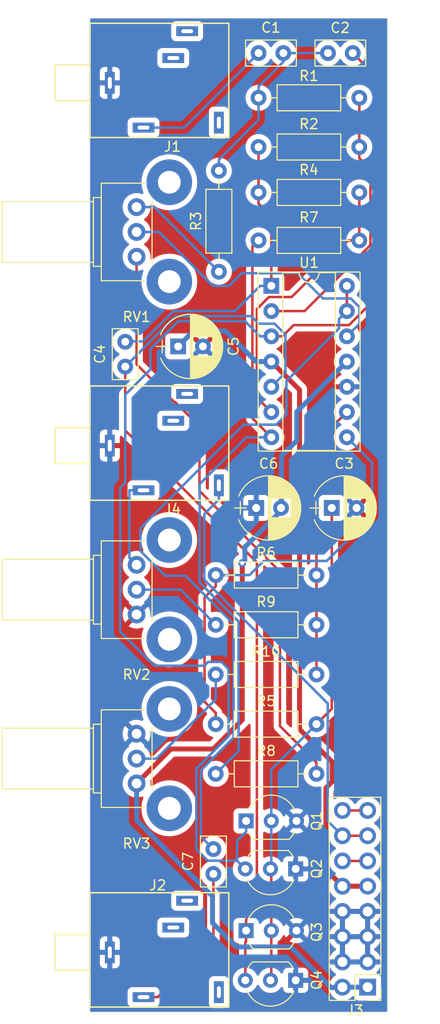
<source format=kicad_pcb>
(kicad_pcb (version 20241229) (generator "pcbnew") (generator_version "9.0")
  (layers (0 "F.Cu" signal) (2 "B.Cu" signal) (13 "F.Paste" user) (15 "B.Paste" user) (5 "F.SilkS" user "F.Silkscreen") (7 "B.SilkS" user "B.Silkscreen") (1 "F.Mask" user) (3 "B.Mask" user) (25 "Edge.Cuts" user))
  (net 0 "")
  (net 1 "Net-(C1-Pad2)")
  (net 2 "Net-(C2-Pad1)")
  (net 3 "Net-(C3-Pad1)")
  (net 4 "GND")
  (net 5 "Net-(C4-Pad1)")
  (net 6 "Net-(C5-Pad1)")
  (net 7 "Net-(C6-Pad2)")
  (net 8 "Net-(C7-Pad1)")
  (net 9 "Net-(J1-Pad2)")
  (net 10 "Net-(J2-Pad2)")
  (net 11 "Net-(J3-Pad15)")
  (net 12 "Net-(J3-Pad13)")
  (net 13 "Net-(J3-Pad11)")
  (net 14 "Net-(J4-Pad3)")
  (net 15 "Net-(R3-Pad1)")
  (net 16 "Net-(R8-Pad2)")
  (net 17 "Net-(R9-Pad1)")
  (net 18 "Net-(R10-Pad1)")
  (net 19 "Net-(RV1-Pad2)")
  (net 20 "Net-(C1-Pad1)")
  (net 21 "Net-(C4-Pad2)")
  (net 22 "Net-(C7-Pad2)")
  (net 23 "Net-(R1-Pad1)")
  (net 24 "Net-(R4-Pad1)")
  (net 25 "Net-(R5-Pad2)")
  (net 26 "Net-(R10-Pad2)")
  (net 27 "Net-(R7-Pad1)")
  (footprint "Custom_Library:Mono_Jack_3.5mm_Switch_Switchcraft_35RAPC2AH3" (layer "F.Cu") (at 0 6.5)
    (property "Reference" "J1" (at 8.3185 6.4135 0) (layer "F.SilkS"))
    (property "Value" "AudioJack1_Switch")
    (pad "1" thru_hole rect (at 2 0) (size 1 2.2) (drill oval 0.4 1.2) (layers "*.Cu" "*.Mask") (net 4 "GND"))
    (pad "2" thru_hole rect (at 13 4) (size 1 2.2) (drill oval 0.4 1.2) (layers "*.Cu" "*.Mask") (net 9 "Net-(J1-Pad2)"))
    (pad "3" thru_hole rect (at 5.4 4.5) (size 2.2 1) (drill oval 1.2 0.4) (layers "*.Cu" "*.Mask") (net 1 "Net-(C1-Pad2)"))
    (pad "~" thru_hole rect (at 8.4 -2.5) (size 2.2 1) (drill oval 1.2 0.4) (layers "*.Cu" "*.Mask"))
    (pad "~" thru_hole rect (at 9.8 -5.2) (size 2.2 1) (drill oval 1.2 0.4) (layers "*.Cu" "*.Mask"))
  )
  (footprint "Custom_Library:Mono_Jack_3.5mm_Switch_Switchcraft_35RAPC2AH3" (layer "F.Cu") (at 0 94)
    (property "Reference" "J2" (at 6.83768 -6.75608 0) (layer "F.SilkS"))
    (property "Value" "AudioJack1_Switch")
    (pad "1" thru_hole rect (at 2 0) (size 1 2.2) (drill oval 0.4 1.2) (layers "*.Cu" "*.Mask") (net 4 "GND"))
    (pad "2" thru_hole rect (at 13 4) (size 1 2.2) (drill oval 0.4 1.2) (layers "*.Cu" "*.Mask") (net 10 "Net-(J2-Pad2)"))
    (pad "3" thru_hole rect (at 5.4 4.5) (size 2.2 1) (drill oval 1.2 0.4) (layers "*.Cu" "*.Mask") (net 8 "Net-(C7-Pad1)"))
    (pad "~" thru_hole rect (at 8.4 -2.5) (size 2.2 1) (drill oval 1.2 0.4) (layers "*.Cu" "*.Mask"))
    (pad "~" thru_hole rect (at 9.8 -5.2) (size 2.2 1) (drill oval 1.2 0.4) (layers "*.Cu" "*.Mask"))
  )
  (footprint "Pin_Headers:Pin_Header_Straight_2x08_Pitch2.54mm" (layer "F.Cu") (at 28 97.5 180)
    (property "Reference" "J3" (at 1.27 -2.33 0) (layer "F.SilkS"))
    (property "Value" "Conn_02x08_Odd_Even")
    (pad "1" thru_hole rect (at 0 0 180) (size 1.7 1.7) (drill 1) (layers "*.Cu" "*.Mask") (net 7 "Net-(C6-Pad2)"))
    (pad "2" thru_hole oval (at 2.54 0 180) (size 1.7 1.7) (drill 1) (layers "*.Cu" "*.Mask") (net 7 "Net-(C6-Pad2)"))
    (pad "3" thru_hole oval (at 0 2.54 180) (size 1.7 1.7) (drill 1) (layers "*.Cu" "*.Mask") (net 4 "GND"))
    (pad "4" thru_hole oval (at 2.54 2.54 180) (size 1.7 1.7) (drill 1) (layers "*.Cu" "*.Mask") (net 4 "GND"))
    (pad "5" thru_hole oval (at 0 5.08 180) (size 1.7 1.7) (drill 1) (layers "*.Cu" "*.Mask") (net 4 "GND"))
    (pad "6" thru_hole oval (at 2.54 5.08 180) (size 1.7 1.7) (drill 1) (layers "*.Cu" "*.Mask") (net 4 "GND"))
    (pad "7" thru_hole oval (at 0 7.62 180) (size 1.7 1.7) (drill 1) (layers "*.Cu" "*.Mask") (net 4 "GND"))
    (pad "8" thru_hole oval (at 2.54 7.62 180) (size 1.7 1.7) (drill 1) (layers "*.Cu" "*.Mask") (net 4 "GND"))
    (pad "9" thru_hole oval (at 0 10.16 180) (size 1.7 1.7) (drill 1) (layers "*.Cu" "*.Mask") (net 6 "Net-(C5-Pad1)"))
    (pad "10" thru_hole oval (at 2.54 10.16 180) (size 1.7 1.7) (drill 1) (layers "*.Cu" "*.Mask") (net 6 "Net-(C5-Pad1)"))
    (pad "11" thru_hole oval (at 0 12.7 180) (size 1.7 1.7) (drill 1) (layers "*.Cu" "*.Mask") (net 13 "Net-(J3-Pad11)"))
    (pad "12" thru_hole oval (at 2.54 12.7 180) (size 1.7 1.7) (drill 1) (layers "*.Cu" "*.Mask") (net 13 "Net-(J3-Pad11)"))
    (pad "13" thru_hole oval (at 0 15.24 180) (size 1.7 1.7) (drill 1) (layers "*.Cu" "*.Mask") (net 12 "Net-(J3-Pad13)"))
    (pad "14" thru_hole oval (at 2.54 15.24 180) (size 1.7 1.7) (drill 1) (layers "*.Cu" "*.Mask") (net 12 "Net-(J3-Pad13)"))
    (pad "15" thru_hole oval (at 0 17.78 180) (size 1.7 1.7) (drill 1) (layers "*.Cu" "*.Mask") (net 11 "Net-(J3-Pad15)"))
    (pad "16" thru_hole oval (at 2.54 17.78 180) (size 1.7 1.7) (drill 1) (layers "*.Cu" "*.Mask") (net 11 "Net-(J3-Pad15)"))
  )
  (footprint "Custom_Library:Mono_Jack_3.5mm_Switch_Switchcraft_35RAPC2AH3" (layer "F.Cu") (at 0 43)
    (property "Reference" "J4" (at 8.3185 6.4135 0) (layer "F.SilkS"))
    (property "Value" "AudioJack1_Switch")
    (pad "1" thru_hole rect (at 2 0) (size 1 2.2) (drill oval 0.4 1.2) (layers "*.Cu" "*.Mask") (net 4 "GND"))
    (pad "2" thru_hole rect (at 13 4) (size 1 2.2) (drill oval 0.4 1.2) (layers "*.Cu" "*.Mask") (net 12 "Net-(J3-Pad13)"))
    (pad "3" thru_hole rect (at 5.4 4.5) (size 2.2 1) (drill oval 1.2 0.4) (layers "*.Cu" "*.Mask") (net 14 "Net-(J4-Pad3)"))
    (pad "~" thru_hole rect (at 8.4 -2.5) (size 2.2 1) (drill oval 1.2 0.4) (layers "*.Cu" "*.Mask"))
    (pad "~" thru_hole rect (at 9.8 -5.2) (size 2.2 1) (drill oval 1.2 0.4) (layers "*.Cu" "*.Mask"))
  )
  (footprint "TO_SOT_Packages_THT:TO-92_Inline_Wide" (layer "F.Cu") (at 15.744 80.772)
    (property "Reference" "Q1" (at 7.116 0 270) (layer "F.SilkS"))
    (property "Value" "2N3904")
    (pad "1" thru_hole rect (at 0 0 90) (size 1.52 1.52) (drill 0.8) (layers "*.Cu" "*.Mask") (net 2 "Net-(C2-Pad1)"))
    (pad "2" thru_hole circle (at 2.54 0 90) (size 1.52 1.52) (drill 0.8) (layers "*.Cu" "*.Mask") (net 3 "Net-(C3-Pad1)"))
    (pad "3" thru_hole circle (at 5.08 0 90) (size 1.52 1.52) (drill 0.8) (layers "*.Cu" "*.Mask") (net 4 "GND"))
  )
  (footprint "TO_SOT_Packages_THT:TO-92_Inline_Wide" (layer "F.Cu") (at 20.744 85.598 180)
    (property "Reference" "Q2" (at -2.116 0.006 270) (layer "F.SilkS"))
    (property "Value" "2N3904")
    (pad "1" thru_hole rect (at 0 0 270) (size 1.52 1.52) (drill 0.8) (layers "*.Cu" "*.Mask") (net 4 "GND"))
    (pad "2" thru_hole circle (at 2.54 0 270) (size 1.52 1.52) (drill 0.8) (layers "*.Cu" "*.Mask") (net 3 "Net-(C3-Pad1)"))
    (pad "3" thru_hole circle (at 5.08 0 270) (size 1.52 1.52) (drill 0.8) (layers "*.Cu" "*.Mask") (net 2 "Net-(C2-Pad1)"))
  )
  (footprint "TO_SOT_Packages_THT:TO-92_Inline_Wide" (layer "F.Cu") (at 15.744 91.81)
    (property "Reference" "Q3" (at 7.116 0.138 270) (layer "F.SilkS"))
    (property "Value" "2N3904")
    (pad "1" thru_hole rect (at 0 0 90) (size 1.52 1.52) (drill 0.8) (layers "*.Cu" "*.Mask") (net 5 "Net-(C4-Pad1)"))
    (pad "2" thru_hole circle (at 2.54 0 90) (size 1.52 1.52) (drill 0.8) (layers "*.Cu" "*.Mask") (net 3 "Net-(C3-Pad1)"))
    (pad "3" thru_hole circle (at 5.08 0 90) (size 1.52 1.52) (drill 0.8) (layers "*.Cu" "*.Mask") (net 4 "GND"))
  )
  (footprint "TO_SOT_Packages_THT:TO-92_Inline_Wide" (layer "F.Cu") (at 20.744 96.81 180)
    (property "Reference" "Q4" (at -2.116 0.036 270) (layer "F.SilkS"))
    (property "Value" "2N3904")
    (pad "1" thru_hole rect (at 0 0 270) (size 1.52 1.52) (drill 0.8) (layers "*.Cu" "*.Mask") (net 4 "GND"))
    (pad "2" thru_hole circle (at 2.54 0 270) (size 1.52 1.52) (drill 0.8) (layers "*.Cu" "*.Mask") (net 3 "Net-(C3-Pad1)"))
    (pad "3" thru_hole circle (at 5.08 0 270) (size 1.52 1.52) (drill 0.8) (layers "*.Cu" "*.Mask") (net 5 "Net-(C4-Pad1)"))
  )
  (footprint "Capacitors_THT:C_Disc_D5.0mm_W2.5mm_P2.50mm" (layer "F.Cu") (at 19.5 3.5 180)
    (property "Reference" "C1" (at 1.25476 2.56286 0) (layer "F.SilkS"))
    (property "Value" "10uF")
    (pad "1" thru_hole circle (at 0 0 180) (size 1.6 1.6) (drill 0.8) (layers "*.Cu" "*.Mask") (net 20 "Net-(C1-Pad1)"))
    (pad "2" thru_hole circle (at 2.5 0 180) (size 1.6 1.6) (drill 0.8) (layers "*.Cu" "*.Mask") (net 1 "Net-(C1-Pad2)"))
  )
  (footprint "Capacitors_THT:C_Disc_D5.0mm_W2.5mm_P2.50mm" (layer "F.Cu") (at 26.5 3.5 180)
    (property "Reference" "C2" (at 1.27 2.54 0) (layer "F.SilkS"))
    (property "Value" "15uF")
    (pad "1" thru_hole circle (at 0 0 180) (size 1.6 1.6) (drill 0.8) (layers "*.Cu" "*.Mask") (net 2 "Net-(C2-Pad1)"))
    (pad "2" thru_hole circle (at 2.5 0 180) (size 1.6 1.6) (drill 0.8) (layers "*.Cu" "*.Mask") (net 20 "Net-(C1-Pad1)"))
  )
  (footprint "Capacitors_THT:CP_Radial_D6.3mm_P2.50mm" (layer "F.Cu") (at 24.384 49.276)
    (property "Reference" "C3" (at 1.25 -4.46 0) (layer "F.SilkS"))
    (property "Value" "100uF")
    (pad "1" thru_hole rect (at 0 0) (size 1.6 1.6) (drill 0.8) (layers "*.Cu" "*.Mask") (net 3 "Net-(C3-Pad1)"))
    (pad "2" thru_hole circle (at 2.5 0) (size 1.6 1.6) (drill 0.8) (layers "*.Cu" "*.Mask") (net 4 "GND"))
  )
  (footprint "Capacitors_THT:CP_Radial_D6.3mm_P2.50mm" (layer "F.Cu") (at 8.89 33.02)
    (property "Reference" "C5" (at 5.588 0 90) (layer "F.SilkS"))
    (property "Value" "100uF")
    (pad "1" thru_hole rect (at 0 0) (size 1.6 1.6) (drill 0.8) (layers "*.Cu" "*.Mask") (net 6 "Net-(C5-Pad1)"))
    (pad "2" thru_hole circle (at 2.5 0) (size 1.6 1.6) (drill 0.8) (layers "*.Cu" "*.Mask") (net 4 "GND"))
  )
  (footprint "Capacitors_THT:CP_Radial_D6.3mm_P2.50mm" (layer "F.Cu") (at 16.764 49.276)
    (property "Reference" "C6" (at 1.25 -4.46 0) (layer "F.SilkS"))
    (property "Value" "100uF")
    (pad "1" thru_hole rect (at 0 0) (size 1.6 1.6) (drill 0.8) (layers "*.Cu" "*.Mask") (net 4 "GND"))
    (pad "2" thru_hole circle (at 2.5 0) (size 1.6 1.6) (drill 0.8) (layers "*.Cu" "*.Mask") (net 7 "Net-(C6-Pad2)"))
  )
  (footprint "Capacitors_THT:C_Disc_D5.0mm_W2.5mm_P2.50mm" (layer "F.Cu") (at 12.446 86.106 90)
    (property "Reference" "C7" (at 1.25 -2.56 90) (layer "F.SilkS"))
    (property "Value" "10uF")
    (pad "1" thru_hole circle (at 0 0 90) (size 1.6 1.6) (drill 0.8) (layers "*.Cu" "*.Mask") (net 8 "Net-(C7-Pad1)"))
    (pad "2" thru_hole circle (at 2.5 0 90) (size 1.6 1.6) (drill 0.8) (layers "*.Cu" "*.Mask") (net 22 "Net-(C7-Pad2)"))
  )
  (footprint "Resistors_THT:R_Axial_DIN0207_L6.3mm_D2.5mm_P10.16mm_Horizontal" (layer "F.Cu") (at 27.16 8 180)
    (property "Reference" "R1" (at 5.08 2.20118 0) (layer "F.SilkS"))
    (property "Value" "22K")
    (pad "1" thru_hole circle (at 0 0 180) (size 1.6 1.6) (drill 0.8) (layers "*.Cu" "*.Mask") (net 23 "Net-(R1-Pad1)"))
    (pad "2" thru_hole oval (at 10.16 0 180) (size 1.6 1.6) (drill 0.8) (layers "*.Cu" "*.Mask") (net 20 "Net-(C1-Pad1)"))
  )
  (footprint "Resistors_THT:R_Axial_DIN0207_L6.3mm_D2.5mm_P10.16mm_Horizontal" (layer "F.Cu") (at 17 12.954)
    (property "Reference" "R2" (at 5.08 -2.31 0) (layer "F.SilkS"))
    (property "Value" "22K")
    (pad "1" thru_hole circle (at 0 0) (size 1.6 1.6) (drill 0.8) (layers "*.Cu" "*.Mask") (net 21 "Net-(C4-Pad2)"))
    (pad "2" thru_hole oval (at 10.16 0) (size 1.6 1.6) (drill 0.8) (layers "*.Cu" "*.Mask") (net 23 "Net-(R1-Pad1)"))
  )
  (footprint "Resistors_THT:R_Axial_DIN0207_L6.3mm_D2.5mm_P10.16mm_Horizontal" (layer "F.Cu") (at 13 25.5 90)
    (property "Reference" "R3" (at 5.08 -2.31 90) (layer "F.SilkS"))
    (property "Value" "10K")
    (pad "1" thru_hole circle (at 0 0 90) (size 1.6 1.6) (drill 0.8) (layers "*.Cu" "*.Mask") (net 15 "Net-(R3-Pad1)"))
    (pad "2" thru_hole oval (at 10.16 0 90) (size 1.6 1.6) (drill 0.8) (layers "*.Cu" "*.Mask") (net 20 "Net-(C1-Pad1)"))
  )
  (footprint "Resistors_THT:R_Axial_DIN0207_L6.3mm_D2.5mm_P10.16mm_Horizontal" (layer "F.Cu") (at 27.16 17.526 180)
    (property "Reference" "R4" (at 5.0874 2.27106 0) (layer "F.SilkS"))
    (property "Value" "22K")
    (pad "1" thru_hole circle (at 0 0 180) (size 1.6 1.6) (drill 0.8) (layers "*.Cu" "*.Mask") (net 24 "Net-(R4-Pad1)"))
    (pad "2" thru_hole oval (at 10.16 0 180) (size 1.6 1.6) (drill 0.8) (layers "*.Cu" "*.Mask") (net 21 "Net-(C4-Pad2)"))
  )
  (footprint "Resistors_THT:R_Axial_DIN0207_L6.3mm_D2.5mm_P10.16mm_Horizontal" (layer "F.Cu") (at 22.842 71.03 180)
    (property "Reference" "R5" (at 5.08508 2.30886 0) (layer "F.SilkS"))
    (property "Value" "4K7")
    (pad "1" thru_hole circle (at 0 0 180) (size 1.6 1.6) (drill 0.8) (layers "*.Cu" "*.Mask") (net 3 "Net-(C3-Pad1)"))
    (pad "2" thru_hole oval (at 10.16 0 180) (size 1.6 1.6) (drill 0.8) (layers "*.Cu" "*.Mask") (net 25 "Net-(R5-Pad2)"))
  )
  (footprint "Resistors_THT:R_Axial_DIN0207_L6.3mm_D2.5mm_P10.16mm_Horizontal" (layer "F.Cu") (at 22.842 56.03 180)
    (property "Reference" "R6" (at 5.07746 2.24536 0) (layer "F.SilkS"))
    (property "Value" "100K")
    (pad "1" thru_hole circle (at 0 0 180) (size 1.6 1.6) (drill 0.8) (layers "*.Cu" "*.Mask") (net 26 "Net-(R10-Pad2)"))
    (pad "2" thru_hole oval (at 10.16 0 180) (size 1.6 1.6) (drill 0.8) (layers "*.Cu" "*.Mask") (net 25 "Net-(R5-Pad2)"))
  )
  (footprint "Resistors_THT:R_Axial_DIN0207_L6.3mm_D2.5mm_P10.16mm_Horizontal" (layer "F.Cu") (at 17 22.352)
    (property "Reference" "R7" (at 5.08 -2.31 0) (layer "F.SilkS"))
    (property "Value" "22K")
    (pad "1" thru_hole circle (at 0 0) (size 1.6 1.6) (drill 0.8) (layers "*.Cu" "*.Mask") (net 27 "Net-(R7-Pad1)"))
    (pad "2" thru_hole oval (at 10.16 0) (size 1.6 1.6) (drill 0.8) (layers "*.Cu" "*.Mask") (net 24 "Net-(R4-Pad1)"))
  )
  (footprint "Resistors_THT:R_Axial_DIN0207_L6.3mm_D2.5mm_P10.16mm_Horizontal" (layer "F.Cu") (at 12.682 76.03)
    (property "Reference" "R8" (at 5.08 -2.31 0) (layer "F.SilkS"))
    (property "Value" "10K")
    (pad "1" thru_hole circle (at 0 0) (size 1.6 1.6) (drill 0.8) (layers "*.Cu" "*.Mask") (net 27 "Net-(R7-Pad1)"))
    (pad "2" thru_hole oval (at 10.16 0) (size 1.6 1.6) (drill 0.8) (layers "*.Cu" "*.Mask") (net 16 "Net-(R8-Pad2)"))
  )
  (footprint "Resistors_THT:R_Axial_DIN0207_L6.3mm_D2.5mm_P10.16mm_Horizontal" (layer "F.Cu") (at 12.682 61.03)
    (property "Reference" "R9" (at 5.08 -2.31 0) (layer "F.SilkS"))
    (property "Value" "100K")
    (pad "1" thru_hole circle (at 0 0) (size 1.6 1.6) (drill 0.8) (layers "*.Cu" "*.Mask") (net 17 "Net-(R9-Pad1)"))
    (pad "2" thru_hole oval (at 10.16 0) (size 1.6 1.6) (drill 0.8) (layers "*.Cu" "*.Mask") (net 26 "Net-(R10-Pad2)"))
  )
  (footprint "Resistors_THT:R_Axial_DIN0207_L6.3mm_D2.5mm_P10.16mm_Horizontal" (layer "F.Cu") (at 12.682 66.03)
    (property "Reference" "R10" (at 5.08 -2.31 0) (layer "F.SilkS"))
    (property "Value" "100K")
    (pad "1" thru_hole circle (at 0 0) (size 1.6 1.6) (drill 0.8) (layers "*.Cu" "*.Mask") (net 18 "Net-(R10-Pad1)"))
    (pad "2" thru_hole oval (at 10.16 0) (size 1.6 1.6) (drill 0.8) (layers "*.Cu" "*.Mask") (net 26 "Net-(R10-Pad2)"))
  )
  (footprint "Potentiometers:Potentiometer_Bourns_PTV09A-2_Vertical" (layer "F.Cu") (at 4.7 19 180)
    (property "Reference" "RV1" (at 0 -11.05 0) (layer "F.SilkS"))
    (property "Value" "500K")
    (pad "0" thru_hole circle (at -3.3 -7.5 180) (size 4.6 4.6) (drill 2.3) (layers "*.Cu" "*.Mask"))
    (pad "0" thru_hole circle (at -3.3 2.5 180) (size 4.6 4.6) (drill 2.3) (layers "*.Cu" "*.Mask"))
    (pad "1" thru_hole circle (at 0 0 180) (size 1.8 1.8) (drill 1) (layers "*.Cu" "*.Mask") (net 15 "Net-(R3-Pad1)"))
    (pad "2" thru_hole circle (at 0 -2.5 180) (size 1.8 1.8) (drill 1) (layers "*.Cu" "*.Mask") (net 19 "Net-(RV1-Pad2)"))
    (pad "3" thru_hole circle (at 0 -5 180) (size 1.8 1.8) (drill 1) (layers "*.Cu" "*.Mask") (net 16 "Net-(R8-Pad2)"))
  )
  (footprint "Potentiometers:Potentiometer_Bourns_PTV09A-2_Vertical" (layer "F.Cu") (at 4.7 55 180)
    (property "Reference" "RV2" (at 0 -11.05 0) (layer "F.SilkS"))
    (property "Value" "500K")
    (pad "0" thru_hole circle (at -3.3 -7.5 180) (size 4.6 4.6) (drill 2.3) (layers "*.Cu" "*.Mask"))
    (pad "0" thru_hole circle (at -3.3 2.5 180) (size 4.6 4.6) (drill 2.3) (layers "*.Cu" "*.Mask"))
    (pad "1" thru_hole circle (at 0 0 180) (size 1.8 1.8) (drill 1) (layers "*.Cu" "*.Mask") (net 14 "Net-(J4-Pad3)"))
    (pad "2" thru_hole circle (at 0 -2.5 180) (size 1.8 1.8) (drill 1) (layers "*.Cu" "*.Mask") (net 17 "Net-(R9-Pad1)"))
    (pad "3" thru_hole circle (at 0 -5 180) (size 1.8 1.8) (drill 1) (layers "*.Cu" "*.Mask") (net 4 "GND"))
  )
  (footprint "Potentiometers:Potentiometer_Bourns_PTV09A-2_Vertical" (layer "F.Cu") (at 4.7 72 180)
    (property "Reference" "RV3" (at 0 -11.05 0) (layer "F.SilkS"))
    (property "Value" "500K")
    (pad "0" thru_hole circle (at -3.3 -7.5 180) (size 4.6 4.6) (drill 2.3) (layers "*.Cu" "*.Mask"))
    (pad "0" thru_hole circle (at -3.3 2.5 180) (size 4.6 4.6) (drill 2.3) (layers "*.Cu" "*.Mask"))
    (pad "1" thru_hole circle (at 0 0 180) (size 1.8 1.8) (drill 1) (layers "*.Cu" "*.Mask") (net 4 "GND"))
    (pad "2" thru_hole circle (at 0 -2.5 180) (size 1.8 1.8) (drill 1) (layers "*.Cu" "*.Mask") (net 18 "Net-(R10-Pad1)"))
    (pad "3" thru_hole circle (at 0 -5 180) (size 1.8 1.8) (drill 1) (layers "*.Cu" "*.Mask") (net 7 "Net-(C6-Pad2)"))
  )
  (footprint "Housings_DIP:DIP-14_W7.62mm_Socket" (layer "F.Cu") (at 18.288 26.924)
    (property "Reference" "U1" (at 3.81 -2.33 0) (layer "F.SilkS"))
    (property "Value" "TL074")
    (pad "1" thru_hole rect (at 0 0) (size 1.6 1.6) (drill 0.8) (layers "*.Cu" "*.Mask") (net 21 "Net-(C4-Pad2)"))
    (pad "2" thru_hole oval (at 0 2.54) (size 1.6 1.6) (drill 0.8) (layers "*.Cu" "*.Mask") (net 23 "Net-(R1-Pad1)"))
    (pad "3" thru_hole oval (at 0 5.08) (size 1.6 1.6) (drill 0.8) (layers "*.Cu" "*.Mask") (net 2 "Net-(C2-Pad1)"))
    (pad "4" thru_hole oval (at 0 7.62) (size 1.6 1.6) (drill 0.8) (layers "*.Cu" "*.Mask") (net 6 "Net-(C5-Pad1)"))
    (pad "5" thru_hole oval (at 0 10.16) (size 1.6 1.6) (drill 0.8) (layers "*.Cu" "*.Mask") (net 5 "Net-(C4-Pad1)"))
    (pad "6" thru_hole oval (at 0 12.7) (size 1.6 1.6) (drill 0.8) (layers "*.Cu" "*.Mask") (net 24 "Net-(R4-Pad1)"))
    (pad "7" thru_hole oval (at 0 15.24) (size 1.6 1.6) (drill 0.8) (layers "*.Cu" "*.Mask") (net 27 "Net-(R7-Pad1)"))
    (pad "8" thru_hole oval (at 7.62 15.24) (size 1.6 1.6) (drill 0.8) (layers "*.Cu" "*.Mask") (net 25 "Net-(R5-Pad2)"))
    (pad "9" thru_hole oval (at 7.62 12.7) (size 1.6 1.6) (drill 0.8) (layers "*.Cu" "*.Mask") (net 26 "Net-(R10-Pad2)"))
    (pad "10" thru_hole oval (at 7.62 10.16) (size 1.6 1.6) (drill 0.8) (layers "*.Cu" "*.Mask") (net 4 "GND"))
    (pad "11" thru_hole oval (at 7.62 7.62) (size 1.6 1.6) (drill 0.8) (layers "*.Cu" "*.Mask") (net 7 "Net-(C6-Pad2)"))
    (pad "12" thru_hole oval (at 7.62 5.08) (size 1.6 1.6) (drill 0.8) (layers "*.Cu" "*.Mask") (net 19 "Net-(RV1-Pad2)"))
    (pad "13" thru_hole oval (at 7.62 2.54) (size 1.6 1.6) (drill 0.8) (layers "*.Cu" "*.Mask") (net 22 "Net-(C7-Pad2)"))
    (pad "14" thru_hole oval (at 7.62 0) (size 1.6 1.6) (drill 0.8) (layers "*.Cu" "*.Mask") (net 22 "Net-(C7-Pad2)"))
  )
  (footprint "Capacitors_THT:C_Disc_D5.0mm_W2.5mm_P2.50mm" (layer "F.Cu") (at 3.556 35.052 90)
    (property "Reference" "C4" (at 1.25 -2.56 90) (layer "F.SilkS"))
    (property "Value" "15uF")
    (pad "1" thru_hole circle (at 0 0 90) (size 1.6 1.6) (drill 0.8) (layers "*.Cu" "*.Mask") (net 5 "Net-(C4-Pad1)"))
    (pad "2" thru_hole circle (at 2.5 0 90) (size 1.6 1.6) (drill 0.8) (layers "*.Cu" "*.Mask") (net 21 "Net-(C4-Pad2)"))
  )
  (gr_line (start 0 0) (end 30 0) (stroke (width 0.05)) (layer "Edge.Cuts"))
  (gr_line (start 0 100) (end 30 100) (stroke (width 0.05)) (layer "Edge.Cuts"))
  (gr_line (start 30 0) (end 30 100) (stroke (width 0.05)) (layer "Edge.Cuts"))
  (gr_line (start 0 0) (end 0 100) (stroke (width 0.05)) (layer "Edge.Cuts"))
  (segment (start 17 3.5) (end 9.5 11) (width 0.25) (layer "B.Cu") (net 1))
  (segment (start 9.5 11) (end 5.4 11) (width 0.25) (layer "B.Cu") (net 1))
  (segment (start 26.5 3.5) (end 28.7526 5.7526) (width 0.25) (layer "F.Cu") (net 2))
  (segment (start 20.5386 30.8787) (end 19.4133 32.004) (width 0.25) (layer "F.Cu") (net 2))
  (segment (start 28.7526 5.7526) (end 28.7526 28.2463) (width 0.25) (layer "F.Cu") (net 2))
  (segment (start 18.288 32.004) (end 19.4133 32.004) (width 0.25) (layer "F.Cu") (net 2))
  (segment (start 26.1202 30.8787) (end 20.5386 30.8787) (width 0.25) (layer "F.Cu") (net 2))
  (segment (start 28.7526 28.2463) (end 26.1202 30.8787) (width 0.25) (layer "F.Cu") (net 2))
  (segment (start 3.048 61.722) (end 3.048 47.244) (width 0.25) (layer "B.Cu") (net 2))
  (segment (start 3.556 37.8783) (end 6.096 35.3383) (width 0.25) (layer "B.Cu") (net 2))
  (segment (start 13.97 72.261589) (end 13.97 65.4842) (width 0.25) (layer "B.Cu") (net 2))
  (segment (start 13.2558 64.77) (end 11.912 64.77) (width 0.25) (layer "B.Cu") (net 2))
  (segment (start 14.835 84.769) (end 14.835 82.7663) (width 0.25) (layer "B.Cu") (net 2))
  (segment (start 15.63263 30.48) (end 17.15663 32.004) (width 0.25) (layer "B.Cu") (net 2))
  (segment (start 11.871 84.769) (end 10.725989 83.623989) (width 0.25) (layer "B.Cu") (net 2))
  (segment (start 15.744 80.772) (end 15.744 81.8573) (width 0.25) (layer "B.Cu") (net 2))
  (segment (start 15.664 85.598) (end 14.835 84.769) (width 0.25) (layer "B.Cu") (net 2))
  (segment (start 10.725989 83.623989) (end 10.725989 75.5056) (width 0.25) (layer "B.Cu") (net 2))
  (segment (start 6.4794 65.1534) (end 3.048 61.722) (width 0.25) (layer "B.Cu") (net 2))
  (segment (start 10.725989 75.5056) (end 13.97 72.261589) (width 0.25) (layer "B.Cu") (net 2))
  (segment (start 13.97 65.4842) (end 13.2558 64.77) (width 0.25) (layer "B.Cu") (net 2))
  (segment (start 8.8871 30.48) (end 15.63263 30.48) (width 0.25) (layer "B.Cu") (net 2))
  (segment (start 3.556 46.736) (end 3.556 37.8783) (width 0.25) (layer "B.Cu") (net 2))
  (segment (start 6.096 35.3383) (end 6.096 33.2711) (width 0.25) (layer "B.Cu") (net 2))
  (segment (start 6.096 33.2711) (end 8.8871 30.48) (width 0.25) (layer "B.Cu") (net 2))
  (segment (start 17.15663 32.004) (end 18.288 32.004) (width 0.25) (layer "B.Cu") (net 2))
  (segment (start 14.835 82.7663) (end 15.744 81.8573) (width 0.25) (layer "B.Cu") (net 2))
  (segment (start 3.048 47.244) (end 3.556 46.736) (width 0.25) (layer "B.Cu") (net 2))
  (segment (start 11.912 64.77) (end 11.5286 65.1534) (width 0.25) (layer "B.Cu") (net 2))
  (segment (start 14.835 84.769) (end 11.871 84.769) (width 0.25) (layer "B.Cu") (net 2))
  (segment (start 11.5286 65.1534) (end 6.4794 65.1534) (width 0.25) (layer "B.Cu") (net 2))
  (segment (start 22.842 71.03) (end 24.384 69.488) (width 0.25) (layer "F.Cu") (net 3))
  (segment (start 18.284 96.73) (end 18.284 91.81) (width 0.25) (layer "F.Cu") (net 3))
  (segment (start 24.384 49.276) (end 24.384 50.4013) (width 0.25) (layer "F.Cu") (net 3))
  (segment (start 18.284 85.678) (end 18.204 85.598) (width 0.25) (layer "F.Cu") (net 3))
  (segment (start 18.284 91.81) (end 18.284 85.678) (width 0.25) (layer "F.Cu") (net 3))
  (segment (start 24.384 69.488) (end 24.384 50.4013) (width 0.25) (layer "F.Cu") (net 3))
  (segment (start 18.204 96.81) (end 18.284 96.73) (width 0.25) (layer "F.Cu") (net 3))
  (segment (start 22.842 71.03) (end 18.284 75.588) (width 0.25) (layer "B.Cu") (net 3))
  (segment (start 18.284 75.588) (end 18.284 80.772) (width 0.25) (layer "B.Cu") (net 3))
  (segment (start 18.284 85.518) (end 18.204 85.598) (width 0.25) (layer "B.Cu") (net 3))
  (segment (start 18.284 80.772) (end 18.284 85.518) (width 0.25) (layer "B.Cu") (net 3))
  (segment (start 15.744 91.81) (end 15.744 90.7247) (width 0.25) (layer "F.Cu") (net 5))
  (segment (start 15.744 91.81) (end 15.744 92.8953) (width 0.25) (layer "F.Cu") (net 5))
  (segment (start 3.556 41.4803) (end 16.8293 54.7536) (width 0.25) (layer "F.Cu") (net 5))
  (segment (start 16.8293 54.7536) (end 16.8293 89.6394) (width 0.25) (layer "F.Cu") (net 5))
  (segment (start 15.664 92.9753) (end 15.744 92.8953) (width 0.25) (layer "F.Cu") (net 5))
  (segment (start 3.556 35.052) (end 3.556 41.4803) (width 0.25) (layer "F.Cu") (net 5))
  (segment (start 15.664 96.81) (end 15.664 92.9753) (width 0.25) (layer "F.Cu") (net 5))
  (segment (start 16.8293 89.6394) (end 15.744 90.7247) (width 0.25) (layer "F.Cu") (net 5))
  (segment (start 19.7161 35.6559) (end 18.288 37.084) (width 0.25) (layer "B.Cu") (net 5))
  (segment (start 17.0227 30.734) (end 18.6204 30.734) (width 0.25) (layer "B.Cu") (net 5))
  (segment (start 19.7161 31.8297) (end 19.7161 35.6559) (width 0.25) (layer "B.Cu") (net 5))
  (segment (start 3.556 35.052) (end 8.636 29.972) (width 0.25) (layer "B.Cu") (net 5))
  (segment (start 16.2607 29.972) (end 17.0227 30.734) (width 0.25) (layer "B.Cu") (net 5))
  (segment (start 8.636 29.972) (end 16.2607 29.972) (width 0.25) (layer "B.Cu") (net 5))
  (segment (start 18.6204 30.734) (end 19.7161 31.8297) (width 0.25) (layer "B.Cu") (net 5))
  (segment (start 21.1318 37.3878) (end 18.288 34.544) (width 0.5) (layer "F.Cu") (net 6))
  (segment (start 23.7935 77.4537) (end 24.4147 76.8325) (width 0.5) (layer "F.Cu") (net 6))
  (segment (start 24.4147 76.8325) (end 24.4147 74.8248) (width 0.5) (layer "F.Cu") (net 6))
  (segment (start 21.1318 71.5419) (end 21.1318 37.3878) (width 0.5) (layer "F.Cu") (net 6))
  (segment (start 28 87.34) (end 25.46 87.34) (width 0.5) (layer "F.Cu") (net 6))
  (segment (start 24.4147 74.8248) (end 21.1318 71.5419) (width 0.5) (layer "F.Cu") (net 6))
  (segment (start 23.7935 85.6735) (end 23.7935 77.4537) (width 0.5) (layer "F.Cu") (net 6))
  (segment (start 25.46 87.34) (end 23.7935 85.6735) (width 0.5) (layer "F.Cu") (net 6))
  (segment (start 13.6583 31.4646) (end 16.7377 34.544) (width 0.5) (layer "B.Cu") (net 6))
  (segment (start 8.89 33.02) (end 10.4454 31.4646) (width 0.5) (layer "B.Cu") (net 6))
  (segment (start 18.288 34.544) (end 16.7377 34.544) (width 0.5) (layer "B.Cu") (net 6))
  (segment (start 10.4454 31.4646) (end 13.6583 31.4646) (width 0.5) (layer "B.Cu") (net 6))
  (segment (start 15.3565 54.8278) (end 15.3565 70.6061) (width 0.5) (layer "F.Cu") (net 7))
  (segment (start 15.3565 70.6061) (end 12.4326 73.53) (width 0.5) (layer "F.Cu") (net 7))
  (segment (start 8.17 73.53) (end 4.7 77) (width 0.5) (layer "F.Cu") (net 7))
  (segment (start 12.4326 73.53) (end 8.17 73.53) (width 0.5) (layer "F.Cu") (net 7))
  (via (at 15.3565 54.8278) (size 0.8) (drill 0.4) (layers "F.Cu" "B.Cu") (net 7))
  (segment (start 20.2236 93.4519) (end 24.3077 97.536) (width 0.5) (layer "B.Cu") (net 7))
  (segment (start 25.46 97.5) (end 28 97.5) (width 0.5) (layer "B.Cu") (net 7))
  (segment (start 12.3579 91.0381) (end 14.7717 93.4519) (width 0.5) (layer "B.Cu") (net 7))
  (segment (start 25.424 97.536) (end 25.46 97.5) (width 0.5) (layer "B.Cu") (net 7))
  (segment (start 19.264 49.276) (end 19.264 49.57) (width 0.5) (layer "B.Cu") (net 7))
  (segment (start 15.6199 53.2141) (end 15.6199 54.5644) (width 0.5) (layer "B.Cu") (net 7))
  (segment (start 19.304 44.0475) (end 20.8543 42.4972) (width 0.5) (layer "B.Cu") (net 7))
  (segment (start 20.8543 42.4972) (end 20.8543 39.5977) (width 0.5) (layer "B.Cu") (net 7))
  (segment (start 14.7717 93.4519) (end 20.2236 93.4519) (width 0.5) (layer "B.Cu") (net 7))
  (segment (start 12.3579 88.3639) (end 12.3579 91.0381) (width 0.5) (layer "B.Cu") (net 7))
  (segment (start 19.264 49.57) (end 15.6199 53.2141) (width 0.5) (layer "B.Cu") (net 7))
  (segment (start 20.8543 39.5977) (end 25.908 34.544) (width 0.5) (layer "B.Cu") (net 7))
  (segment (start 15.6199 54.5644) (end 15.3565 54.8278) (width 0.5) (layer "B.Cu") (net 7))
  (segment (start 4.7 77) (end 4.7 80.706) (width 0.5) (layer "B.Cu") (net 7))
  (segment (start 24.3077 97.536) (end 25.424 97.536) (width 0.5) (layer "B.Cu") (net 7))
  (segment (start 19.304 49.236) (end 19.304 44.0475) (width 0.5) (layer "B.Cu") (net 7))
  (segment (start 19.264 49.276) (end 19.304 49.236) (width 0.5) (layer "B.Cu") (net 7))
  (segment (start 4.7 80.706) (end 12.3579 88.3639) (width 0.5) (layer "B.Cu") (net 7))
  (segment (start 5.4 98.5) (end 6.8253 98.5) (width 0.25) (layer "F.Cu") (net 8))
  (segment (start 12.446 86.106) (end 12.446 92.8793) (width 0.25) (layer "F.Cu") (net 8))
  (segment (start 12.446 92.8793) (end 6.8253 98.5) (width 0.25) (layer "F.Cu") (net 8))
  (segment (start 28 79.72) (end 25.46 79.72) (width 0.25) (layer "F.Cu") (net 11))
  (segment (start 28 82.26) (end 25.46 82.26) (width 0.25) (layer "F.Cu") (net 12))
  (segment (start 11.5298 56.5018) (end 11.5298 49.8955) (width 0.25) (layer "B.Cu") (net 12))
  (segment (start 25.46 82.26) (end 23.9769 80.7769) (width 0.25) (layer "B.Cu") (net 12))
  (segment (start 23.9769 68.9489) (end 11.5298 56.5018) (width 0.25) (layer "B.Cu") (net 12))
  (segment (start 13 48.4253) (end 13 47) (width 0.25) (layer "B.Cu") (net 12))
  (segment (start 23.9769 80.7769) (end 23.9769 68.9489) (width 0.25) (layer "B.Cu") (net 12))
  (segment (start 11.5298 49.8955) (end 13 48.4253) (width 0.25) (layer "B.Cu") (net 12))
  (segment (start 28 84.8) (end 25.46 84.8) (width 0.25) (layer "F.Cu") (net 13))
  (segment (start 3.9747 54.2747) (end 3.9747 47.5) (width 0.25) (layer "B.Cu") (net 14))
  (segment (start 5.4 47.5) (end 3.9747 47.5) (width 0.25) (layer "B.Cu") (net 14))
  (segment (start 4.7 55) (end 3.9747 54.2747) (width 0.25) (layer "B.Cu") (net 14))
  (segment (start 6.5 19) (end 4.7 19) (width 0.25) (layer "B.Cu") (net 15))
  (segment (start 13 25.5) (end 6.5 19) (width 0.25) (layer "B.Cu") (net 15))
  (segment (start 11.0405 41.0711) (end 8.5948 38.6254) (width 0.25) (layer "F.Cu") (net 16))
  (segment (start 22.842 76.03) (end 22.842 74.9047) (width 0.25) (layer "F.Cu") (net 16))
  (segment (start 19.1552 55.6772) (end 11.0405 47.5625) (width 0.25) (layer "F.Cu") (net 16))
  (segment (start 11.0405 47.5625) (end 11.0405 41.0711) (width 0.25) (layer "F.Cu") (net 16))
  (segment (start 4.7 34.8128) (end 4.7 24) (width 0.25) (layer "F.Cu") (net 16))
  (segment (start 8.5948 38.6254) (end 8.5126 38.6254) (width 0.25) (layer "F.Cu") (net 16))
  (segment (start 22.842 74.9047) (end 19.1552 71.2179) (width 0.25) (layer "F.Cu") (net 16))
  (segment (start 19.1552 71.2179) (end 19.1552 55.6772) (width 0.25) (layer "F.Cu") (net 16))
  (segment (start 8.5126 38.6254) (end 4.7 34.8128) (width 0.25) (layer "F.Cu") (net 16))
  (segment (start 9.152 57.5) (end 12.682 61.03) (width 0.25) (layer "B.Cu") (net 17))
  (segment (start 4.7 57.5) (end 9.152 57.5) (width 0.25) (layer "B.Cu") (net 17))
  (segment (start 6.7129 74.5) (end 12.682 68.5309) (width 0.25) (layer "B.Cu") (net 18))
  (segment (start 12.682 68.5309) (end 12.682 66.03) (width 0.25) (layer "B.Cu") (net 18))
  (segment (start 4.7 74.5) (end 6.7129 74.5) (width 0.25) (layer "B.Cu") (net 18))
  (segment (start 27.178 30.734) (end 25.908 32.004) (width 0.25) (layer "B.Cu") (net 19))
  (segment (start 14.0196 26.924) (end 15.2896 25.654) (width 0.25) (layer "B.Cu") (net 19))
  (segment (start 20.9489 25.654) (end 23.4889 28.194) (width 0.25) (layer "B.Cu") (net 19))
  (segment (start 15.2896 25.654) (end 20.9489 25.654) (width 0.25) (layer "B.Cu") (net 19))
  (segment (start 23.4889 28.194) (end 26.3072 28.194) (width 0.25) (layer "B.Cu") (net 19))
  (segment (start 12.3936 26.924) (end 14.0196 26.924) (width 0.25) (layer "B.Cu") (net 19))
  (segment (start 4.7 21.5) (end 6.9696 21.5) (width 0.25) (layer "B.Cu") (net 19))
  (segment (start 26.3072 28.194) (end 27.178 29.0648) (width 0.25) (layer "B.Cu") (net 19))
  (segment (start 27.178 29.0648) (end 27.178 30.734) (width 0.25) (layer "B.Cu") (net 19))
  (segment (start 6.9696 21.5) (end 12.3936 26.924) (width 0.25) (layer "B.Cu") (net 19))
  (segment (start 13 14.2147) (end 17 10.2147) (width 0.25) (layer "B.Cu") (net 20))
  (segment (start 17 8) (end 17 6.8747) (width 0.25) (layer "B.Cu") (net 20))
  (segment (start 13 15.34) (end 13 14.2147) (width 0.25) (layer "B.Cu") (net 20))
  (segment (start 19.5 4.3747) (end 17 6.8747) (width 0.25) (layer "B.Cu") (net 20))
  (segment (start 17 10.2147) (end 17 8) (width 0.25) (layer "B.Cu") (net 20))
  (segment (start 19.5 3.5) (end 19.5 4.3747) (width 0.25) (layer "B.Cu") (net 20))
  (segment (start 24 3.5) (end 19.5 3.5) (width 0.25) (layer "B.Cu") (net 20))
  (segment (start 17 12.954) (end 17 17.526) (width 0.25) (layer "F.Cu") (net 21))
  (segment (start 17 18.6513) (end 18.288 19.9393) (width 0.25) (layer "F.Cu") (net 21))
  (segment (start 17 17.526) (end 17 18.6513) (width 0.25) (layer "F.Cu") (net 21))
  (segment (start 18.288 19.9393) (end 18.288 26.924) (width 0.25) (layer "F.Cu") (net 21))
  (segment (start 5.3645 32.512) (end 8.4125 29.464) (width 0.25) (layer "B.Cu") (net 21))
  (segment (start 3.556 32.552) (end 3.596 32.512) (width 0.25) (layer "B.Cu") (net 21))
  (segment (start 3.596 32.512) (end 5.3645 32.512) (width 0.25) (layer "B.Cu") (net 21))
  (segment (start 14.6227 29.464) (end 17.1627 26.924) (width 0.25) (layer "B.Cu") (net 21))
  (segment (start 8.4125 29.464) (end 14.6227 29.464) (width 0.25) (layer "B.Cu") (net 21))
  (segment (start 17.1627 26.924) (end 18.288 26.924) (width 0.25) (layer "B.Cu") (net 21))
  (segment (start 25.908 29.464) (end 25.908 26.924) (width 0.25) (layer "F.Cu") (net 22))
  (segment (start 25.108001 30.263999) (end 25.908 29.464) (width 0.25) (layer "B.Cu") (net 22))
  (segment (start 11.176 75.692) (end 14.478 72.39) (width 0.25) (layer "B.Cu") (net 22))
  (segment (start 5.08 51.308) (end 15.494 40.894) (width 0.25) (layer "B.Cu") (net 22))
  (segment (start 7.5813 56.0969) (end 5.08 53.5956) (width 0.25) (layer "B.Cu") (net 22))
  (segment (start 11.176 82.336) (end 11.176 75.692) (width 0.25) (layer "B.Cu") (net 22))
  (segment (start 9.6293 56.0969) (end 7.5813 56.0969) (width 0.25) (layer "B.Cu") (net 22))
  (segment (start 14.478 72.39) (end 14.478 60.9456) (width 0.25) (layer "B.Cu") (net 22))
  (segment (start 12.446 83.606) (end 11.176 82.336) (width 0.25) (layer "B.Cu") (net 22))
  (segment (start 5.08 53.5956) (end 5.08 51.308) (width 0.25) (layer "B.Cu") (net 22))
  (segment (start 15.494 40.894) (end 18.796 40.894) (width 0.25) (layer "B.Cu") (net 22))
  (segment (start 14.478 60.9456) (end 9.6293 56.0969) (width 0.25) (layer "B.Cu") (net 22))
  (segment (start 18.796 40.894) (end 19.812 39.878) (width 0.25) (layer "B.Cu") (net 22))
  (segment (start 19.812 39.878) (end 19.812 36.5084) (width 0.25) (layer "B.Cu") (net 22))
  (segment (start 19.812 36.5084) (end 25.108001 31.212399) (width 0.25) (layer "B.Cu") (net 22))
  (segment (start 25.108001 31.212399) (end 25.108001 30.263999) (width 0.25) (layer "B.Cu") (net 22))
  (segment (start 27.16 12.954) (end 27.16 14.0793) (width 0.25) (layer "F.Cu") (net 23))
  (segment (start 28.2853 15.2046) (end 27.16 14.0793) (width 0.25) (layer "F.Cu") (net 23))
  (segment (start 21.6448 29.464) (end 28.2853 22.8235) (width 0.25) (layer "F.Cu") (net 23))
  (segment (start 27.16 12.954) (end 27.16 8) (width 0.25) (layer "F.Cu") (net 23))
  (segment (start 18.288 29.464) (end 21.6448 29.464) (width 0.25) (layer "F.Cu") (net 23))
  (segment (start 28.2853 22.8235) (end 28.2853 15.2046) (width 0.25) (layer "F.Cu") (net 23))
  (segment (start 26.0347 22.352) (end 20.3373 28.0494) (width 0.25) (layer "F.Cu") (net 24))
  (segment (start 20.3373 28.0494) (end 18.0456 28.0494) (width 0.25) (layer "F.Cu") (net 24))
  (segment (start 27.16 22.352) (end 26.0347 22.352) (width 0.25) (layer "F.Cu") (net 24))
  (segment (start 16.8281 29.2669) (end 16.8281 38.1641) (width 0.25) (layer "F.Cu") (net 24))
  (segment (start 16.8281 38.1641) (end 18.288 39.624) (width 0.25) (layer "F.Cu") (net 24))
  (segment (start 27.16 22.352) (end 27.16 17.526) (width 0.25) (layer "F.Cu") (net 24))
  (segment (start 18.0456 28.0494) (end 16.8281 29.2669) (width 0.25) (layer "F.Cu") (net 24))
  (segment (start 12.682 57.1553) (end 11.5567 58.2806) (width 0.25) (layer "F.Cu") (net 25))
  (segment (start 11.5567 58.2806) (end 11.5567 68.7794) (width 0.25) (layer "F.Cu") (net 25))
  (segment (start 11.5567 68.7794) (end 12.682 69.9047) (width 0.25) (layer "F.Cu") (net 25))
  (segment (start 12.682 71.03) (end 12.682 69.9047) (width 0.25) (layer "F.Cu") (net 25))
  (segment (start 12.682 56.03) (end 12.682 57.1553) (width 0.25) (layer "F.Cu") (net 25))
  (segment (start 23.876 54.61) (end 28.448 50.038) (width 0.25) (layer "B.Cu") (net 25))
  (segment (start 28.448 50.038) (end 28.448 44.704) (width 0.25) (layer "B.Cu") (net 25))
  (segment (start 28.448 44.704) (end 25.908 42.164) (width 0.25) (layer "B.Cu") (net 25))
  (segment (start 12.682 56.03) (end 16.0909 56.03) (width 0.25) (layer "B.Cu") (net 25))
  (segment (start 17.5109 54.61) (end 23.876 54.61) (width 0.25) (layer "B.Cu") (net 25))
  (segment (start 16.0909 56.03) (end 17.5109 54.61) (width 0.25) (layer "B.Cu") (net 25))
  (segment (start 25.908 39.624) (end 22.842 42.69) (width 0.25) (layer "F.Cu") (net 26))
  (segment (start 22.842 42.69) (end 22.842 56.03) (width 0.25) (layer "F.Cu") (net 26))
  (segment (start 22.842 66.03) (end 22.842 61.03) (width 0.25) (layer "F.Cu") (net 26))
  (segment (start 22.842 61.03) (end 22.842 56.03) (width 0.25) (layer "F.Cu") (net 26))
  (segment (start 16.3778 22.9742) (end 16.3778 40.2538) (width 0.25) (layer "F.Cu") (net 27))
  (segment (start 16.3778 40.2538) (end 18.288 42.164) (width 0.25) (layer "F.Cu") (net 27))
  (segment (start 17 22.352) (end 16.3778 22.9742) (width 0.25) (layer "F.Cu") (net 27))
  (segment (start 12.682 76.03) (end 14.986 73.726) (width 0.25) (layer "B.Cu") (net 27))
  (segment (start 11.0629 56.7829) (end 11.0629 46.8684) (width 0.25) (layer "B.Cu") (net 27))
  (segment (start 17.15663 42.164) (end 18.288 42.164) (width 0.25) (layer "B.Cu") (net 27))
  (segment (start 11.0629 46.8684) (end 15.7673 42.164) (width 0.25) (layer "B.Cu") (net 27))
  (segment (start 14.986 73.726) (end 14.986 60.706) (width 0.25) (layer "B.Cu") (net 27))
  (segment (start 15.7673 42.164) (end 17.15663 42.164) (width 0.25) (layer "B.Cu") (net 27))
  (segment (start 14.986 60.706) (end 11.0629 56.7829) (width 0.25) (layer "B.Cu") (net 27))
  (zone (net 4) (net_name "GND") (layer "F.Cu") (connect_pads (clearance 0.508)) (min_thickness 0.254) (fill yes (thermal_gap 0.508) (thermal_bridge_width 0.508))
    (polygon (pts (xy 30 100) (xy 0 100) (xy 0 0) (xy 30 0)))
  )
  (zone (net 4) (net_name "GND") (layer "B.Cu") (connect_pads (clearance 0.508)) (min_thickness 0.254) (fill yes (thermal_gap 0.508) (thermal_bridge_width 0.508))
    (polygon (pts (xy 30 100) (xy 0 100) (xy 0 0) (xy 30 0)))
  )
)
</source>
